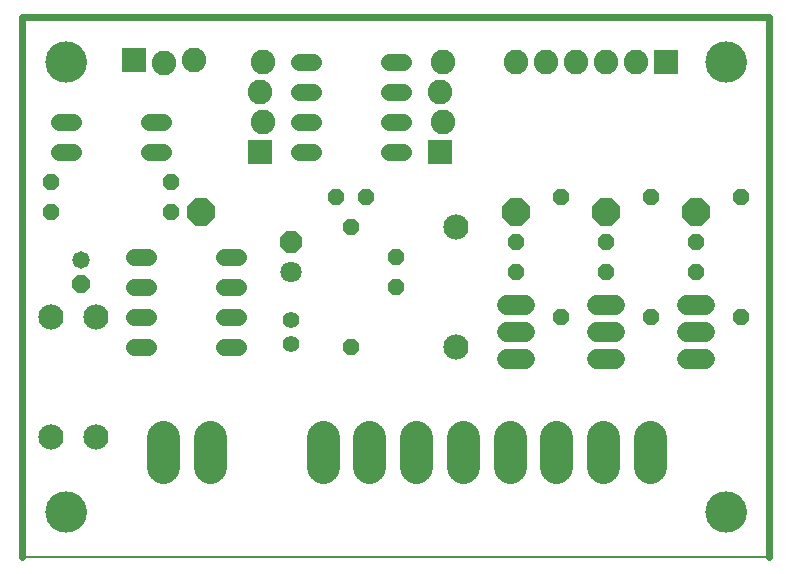
<source format=gts>
G75*
%MOIN*%
%OFA0B0*%
%FSLAX24Y24*%
%IPPOS*%
%LPD*%
%AMOC8*
5,1,8,0,0,1.08239X$1,22.5*
%
%ADD10C,0.0080*%
%ADD11C,0.0240*%
%ADD12C,0.0680*%
%ADD13C,0.0000*%
%ADD14C,0.1380*%
%ADD15C,0.0580*%
%ADD16OC8,0.0580*%
%ADD17OC8,0.0710*%
%ADD18C,0.0710*%
%ADD19OC8,0.0560*%
%ADD20C,0.0560*%
%ADD21C,0.0552*%
%ADD22C,0.0840*%
%ADD23R,0.0820X0.0820*%
%ADD24C,0.0820*%
%ADD25OC8,0.0930*%
%ADD26C,0.1084*%
D10*
X006373Y004935D02*
X031273Y004935D01*
D11*
X006373Y004935D02*
X006373Y022931D01*
X031273Y022931D01*
X031273Y004935D01*
D12*
X029133Y011535D02*
X028533Y011535D01*
X028533Y012435D02*
X029133Y012435D01*
X029133Y013335D02*
X028533Y013335D01*
X026133Y013335D02*
X025533Y013335D01*
X025533Y012435D02*
X026133Y012435D01*
X026133Y011535D02*
X025533Y011535D01*
X023133Y011535D02*
X022533Y011535D01*
X022533Y012435D02*
X023133Y012435D01*
X023133Y013335D02*
X022533Y013335D01*
D13*
X029183Y006435D02*
X029185Y006485D01*
X029191Y006535D01*
X029201Y006585D01*
X029214Y006633D01*
X029231Y006681D01*
X029252Y006727D01*
X029276Y006771D01*
X029304Y006813D01*
X029335Y006853D01*
X029369Y006890D01*
X029406Y006925D01*
X029445Y006956D01*
X029486Y006985D01*
X029530Y007010D01*
X029576Y007032D01*
X029623Y007050D01*
X029671Y007064D01*
X029720Y007075D01*
X029770Y007082D01*
X029820Y007085D01*
X029871Y007084D01*
X029921Y007079D01*
X029971Y007070D01*
X030019Y007058D01*
X030067Y007041D01*
X030113Y007021D01*
X030158Y006998D01*
X030201Y006971D01*
X030241Y006941D01*
X030279Y006908D01*
X030314Y006872D01*
X030347Y006833D01*
X030376Y006792D01*
X030402Y006749D01*
X030425Y006704D01*
X030444Y006657D01*
X030459Y006609D01*
X030471Y006560D01*
X030479Y006510D01*
X030483Y006460D01*
X030483Y006410D01*
X030479Y006360D01*
X030471Y006310D01*
X030459Y006261D01*
X030444Y006213D01*
X030425Y006166D01*
X030402Y006121D01*
X030376Y006078D01*
X030347Y006037D01*
X030314Y005998D01*
X030279Y005962D01*
X030241Y005929D01*
X030201Y005899D01*
X030158Y005872D01*
X030113Y005849D01*
X030067Y005829D01*
X030019Y005812D01*
X029971Y005800D01*
X029921Y005791D01*
X029871Y005786D01*
X029820Y005785D01*
X029770Y005788D01*
X029720Y005795D01*
X029671Y005806D01*
X029623Y005820D01*
X029576Y005838D01*
X029530Y005860D01*
X029486Y005885D01*
X029445Y005914D01*
X029406Y005945D01*
X029369Y005980D01*
X029335Y006017D01*
X029304Y006057D01*
X029276Y006099D01*
X029252Y006143D01*
X029231Y006189D01*
X029214Y006237D01*
X029201Y006285D01*
X029191Y006335D01*
X029185Y006385D01*
X029183Y006435D01*
X029183Y021435D02*
X029185Y021485D01*
X029191Y021535D01*
X029201Y021585D01*
X029214Y021633D01*
X029231Y021681D01*
X029252Y021727D01*
X029276Y021771D01*
X029304Y021813D01*
X029335Y021853D01*
X029369Y021890D01*
X029406Y021925D01*
X029445Y021956D01*
X029486Y021985D01*
X029530Y022010D01*
X029576Y022032D01*
X029623Y022050D01*
X029671Y022064D01*
X029720Y022075D01*
X029770Y022082D01*
X029820Y022085D01*
X029871Y022084D01*
X029921Y022079D01*
X029971Y022070D01*
X030019Y022058D01*
X030067Y022041D01*
X030113Y022021D01*
X030158Y021998D01*
X030201Y021971D01*
X030241Y021941D01*
X030279Y021908D01*
X030314Y021872D01*
X030347Y021833D01*
X030376Y021792D01*
X030402Y021749D01*
X030425Y021704D01*
X030444Y021657D01*
X030459Y021609D01*
X030471Y021560D01*
X030479Y021510D01*
X030483Y021460D01*
X030483Y021410D01*
X030479Y021360D01*
X030471Y021310D01*
X030459Y021261D01*
X030444Y021213D01*
X030425Y021166D01*
X030402Y021121D01*
X030376Y021078D01*
X030347Y021037D01*
X030314Y020998D01*
X030279Y020962D01*
X030241Y020929D01*
X030201Y020899D01*
X030158Y020872D01*
X030113Y020849D01*
X030067Y020829D01*
X030019Y020812D01*
X029971Y020800D01*
X029921Y020791D01*
X029871Y020786D01*
X029820Y020785D01*
X029770Y020788D01*
X029720Y020795D01*
X029671Y020806D01*
X029623Y020820D01*
X029576Y020838D01*
X029530Y020860D01*
X029486Y020885D01*
X029445Y020914D01*
X029406Y020945D01*
X029369Y020980D01*
X029335Y021017D01*
X029304Y021057D01*
X029276Y021099D01*
X029252Y021143D01*
X029231Y021189D01*
X029214Y021237D01*
X029201Y021285D01*
X029191Y021335D01*
X029185Y021385D01*
X029183Y021435D01*
X007183Y021435D02*
X007185Y021485D01*
X007191Y021535D01*
X007201Y021585D01*
X007214Y021633D01*
X007231Y021681D01*
X007252Y021727D01*
X007276Y021771D01*
X007304Y021813D01*
X007335Y021853D01*
X007369Y021890D01*
X007406Y021925D01*
X007445Y021956D01*
X007486Y021985D01*
X007530Y022010D01*
X007576Y022032D01*
X007623Y022050D01*
X007671Y022064D01*
X007720Y022075D01*
X007770Y022082D01*
X007820Y022085D01*
X007871Y022084D01*
X007921Y022079D01*
X007971Y022070D01*
X008019Y022058D01*
X008067Y022041D01*
X008113Y022021D01*
X008158Y021998D01*
X008201Y021971D01*
X008241Y021941D01*
X008279Y021908D01*
X008314Y021872D01*
X008347Y021833D01*
X008376Y021792D01*
X008402Y021749D01*
X008425Y021704D01*
X008444Y021657D01*
X008459Y021609D01*
X008471Y021560D01*
X008479Y021510D01*
X008483Y021460D01*
X008483Y021410D01*
X008479Y021360D01*
X008471Y021310D01*
X008459Y021261D01*
X008444Y021213D01*
X008425Y021166D01*
X008402Y021121D01*
X008376Y021078D01*
X008347Y021037D01*
X008314Y020998D01*
X008279Y020962D01*
X008241Y020929D01*
X008201Y020899D01*
X008158Y020872D01*
X008113Y020849D01*
X008067Y020829D01*
X008019Y020812D01*
X007971Y020800D01*
X007921Y020791D01*
X007871Y020786D01*
X007820Y020785D01*
X007770Y020788D01*
X007720Y020795D01*
X007671Y020806D01*
X007623Y020820D01*
X007576Y020838D01*
X007530Y020860D01*
X007486Y020885D01*
X007445Y020914D01*
X007406Y020945D01*
X007369Y020980D01*
X007335Y021017D01*
X007304Y021057D01*
X007276Y021099D01*
X007252Y021143D01*
X007231Y021189D01*
X007214Y021237D01*
X007201Y021285D01*
X007191Y021335D01*
X007185Y021385D01*
X007183Y021435D01*
X007183Y006435D02*
X007185Y006485D01*
X007191Y006535D01*
X007201Y006585D01*
X007214Y006633D01*
X007231Y006681D01*
X007252Y006727D01*
X007276Y006771D01*
X007304Y006813D01*
X007335Y006853D01*
X007369Y006890D01*
X007406Y006925D01*
X007445Y006956D01*
X007486Y006985D01*
X007530Y007010D01*
X007576Y007032D01*
X007623Y007050D01*
X007671Y007064D01*
X007720Y007075D01*
X007770Y007082D01*
X007820Y007085D01*
X007871Y007084D01*
X007921Y007079D01*
X007971Y007070D01*
X008019Y007058D01*
X008067Y007041D01*
X008113Y007021D01*
X008158Y006998D01*
X008201Y006971D01*
X008241Y006941D01*
X008279Y006908D01*
X008314Y006872D01*
X008347Y006833D01*
X008376Y006792D01*
X008402Y006749D01*
X008425Y006704D01*
X008444Y006657D01*
X008459Y006609D01*
X008471Y006560D01*
X008479Y006510D01*
X008483Y006460D01*
X008483Y006410D01*
X008479Y006360D01*
X008471Y006310D01*
X008459Y006261D01*
X008444Y006213D01*
X008425Y006166D01*
X008402Y006121D01*
X008376Y006078D01*
X008347Y006037D01*
X008314Y005998D01*
X008279Y005962D01*
X008241Y005929D01*
X008201Y005899D01*
X008158Y005872D01*
X008113Y005849D01*
X008067Y005829D01*
X008019Y005812D01*
X007971Y005800D01*
X007921Y005791D01*
X007871Y005786D01*
X007820Y005785D01*
X007770Y005788D01*
X007720Y005795D01*
X007671Y005806D01*
X007623Y005820D01*
X007576Y005838D01*
X007530Y005860D01*
X007486Y005885D01*
X007445Y005914D01*
X007406Y005945D01*
X007369Y005980D01*
X007335Y006017D01*
X007304Y006057D01*
X007276Y006099D01*
X007252Y006143D01*
X007231Y006189D01*
X007214Y006237D01*
X007201Y006285D01*
X007191Y006335D01*
X007185Y006385D01*
X007183Y006435D01*
D14*
X007833Y006435D03*
X007833Y021435D03*
X029833Y021435D03*
X029833Y006435D03*
D15*
X008333Y014835D03*
D16*
X008333Y014035D03*
D17*
X015333Y015435D03*
D18*
X015333Y014435D03*
D19*
X017333Y015935D03*
X017833Y016935D03*
X016833Y016935D03*
X018833Y014935D03*
X018833Y013935D03*
X017333Y011935D03*
X022833Y014435D03*
X022833Y015435D03*
X024333Y016935D03*
X025833Y015435D03*
X025833Y014435D03*
X027333Y012935D03*
X028833Y014435D03*
X028833Y015435D03*
X030333Y016935D03*
X027333Y016935D03*
X030333Y012935D03*
X024333Y012935D03*
X011333Y016435D03*
X011333Y017435D03*
X007333Y017435D03*
X007333Y016435D03*
D20*
X007593Y018435D02*
X008073Y018435D01*
X008073Y019435D02*
X007593Y019435D01*
X010593Y019435D02*
X011073Y019435D01*
X011073Y018435D02*
X010593Y018435D01*
X010573Y014935D02*
X010093Y014935D01*
X010093Y013935D02*
X010573Y013935D01*
X010573Y012935D02*
X010093Y012935D01*
X010093Y011935D02*
X010573Y011935D01*
X013093Y011935D02*
X013573Y011935D01*
X013573Y012935D02*
X013093Y012935D01*
X013093Y013935D02*
X013573Y013935D01*
X013573Y014935D02*
X013093Y014935D01*
X015593Y018435D02*
X016073Y018435D01*
X016073Y019435D02*
X015593Y019435D01*
X015593Y020435D02*
X016073Y020435D01*
X016073Y021435D02*
X015593Y021435D01*
X018593Y021435D02*
X019073Y021435D01*
X019073Y020435D02*
X018593Y020435D01*
X018593Y019435D02*
X019073Y019435D01*
X019073Y018435D02*
X018593Y018435D01*
D21*
X015333Y012829D03*
X015333Y012041D03*
D22*
X020833Y011935D03*
X020833Y015935D03*
X008833Y012935D03*
X007333Y012935D03*
X007333Y008935D03*
X008833Y008935D03*
D23*
X014283Y018435D03*
X010083Y021485D03*
X020283Y018435D03*
X027833Y021435D03*
D24*
X026833Y021435D03*
X025833Y021435D03*
X024833Y021435D03*
X023833Y021435D03*
X022833Y021435D03*
X020383Y021435D03*
X020283Y020435D03*
X020383Y019435D03*
X014383Y019435D03*
X014283Y020435D03*
X014383Y021435D03*
X012083Y021485D03*
X011083Y021385D03*
D25*
X012333Y016435D03*
X022833Y016435D03*
X025833Y016435D03*
X028833Y016435D03*
D26*
X027290Y008937D02*
X027290Y007933D01*
X025731Y007933D02*
X025731Y008937D01*
X024172Y008937D02*
X024172Y007933D01*
X022612Y007933D02*
X022612Y008937D01*
X021053Y008937D02*
X021053Y007933D01*
X019494Y007933D02*
X019494Y008937D01*
X017935Y008937D02*
X017935Y007933D01*
X016376Y007933D02*
X016376Y008937D01*
X012612Y008937D02*
X012612Y007933D01*
X011053Y007933D02*
X011053Y008937D01*
M02*

</source>
